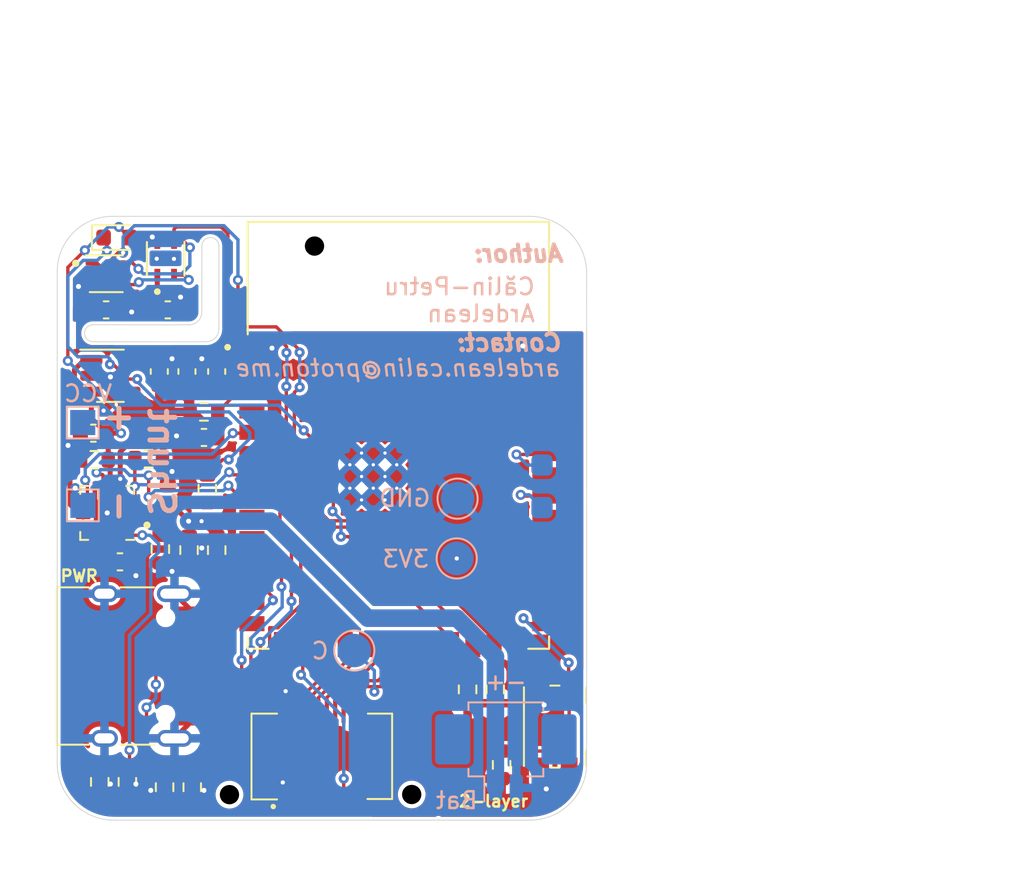
<source format=kicad_pcb>
(kicad_pcb (version 20211014) (generator pcbnew)
  (layers (0 "F.Cu" signal) (31 "B.Cu" signal) (34 "B.Paste" user) (35 "F.Paste" user) (36 "B.SilkS" user "B.Silkscreen") (37 "F.SilkS" user "F.Silkscreen") (38 "B.Mask" user) (39 "F.Mask" user) (44 "Edge.Cuts" user))
  (net 0 "")
  (net 1 "+BATT")
  (net 2 "+3V3")
  (net 3 "/~{tRST}")
  (net 4 "/SDA")
  (net 5 "/SCL")
  (net 6 "GND")
  (net 7 "VBUS")
  (net 8 "VCC")
  (net 9 "/~PGOOD")
  (net 10 "/~CHG")
  (net 11 "Net-(J1-PadA5)")
  (net 14 "Net-(J1-PadB5)")
  (net 15 "Net-(J2-Pad1)")
  (net 16 "/piezo_p")
  (net 17 "/piezo_l")
  (net 18 "Net-(R5-Pad2)")
  (net 19 "Net-(R6-Pad2)")
  (net 20 "/btn")
  (net 21 "Net-(R10-Pad1)")
  (net 22 "/batsense")
  (net 24 "unconnected-(U2-Pad5)")
  (net 25 "/D+")
  (net 26 "/D-")
  (net 28 "Net-(D4-Pad2)")
  (net 33 "/status")
  (net 40 "/EXT2")
  (net 41 "/EXT3")
  (net 42 "/EXT4")
  (net 43 "/EXT6")
  (net 47 "/charge_disable")
  (net 49 "/csense")
  (net 50 "/EXT7")
  (net 51 "/EXT8")
  (net 52 "/EXT9")
  (net 53 "/EXT10")
  (net 54 "/tprb_bottom")
  (net 55 "/tprb_middle")
  (net 56 "/tEN_Soil")
  (footprint "Resistor_SMD:R_0603_1608Metric" (layer "F.Cu") (at 127.18708 72.178171 90)
    (fp_text reference "R6" hide)
    (fp_text value "15k")
  )
  (footprint "Capacitor_SMD:C_0603_1608Metric" (layer "F.Cu") (at 130.74308 47.667171 90)
    (fp_text reference "C9" hide)
    (fp_text value "10u")
  )
  (footprint "Tooling:JLCPCB_Tooling_hole" (layer "F.Cu") (at 138.36308 40.174171)
    (fp_text reference "H2" hide)
    (fp_text value "ToolingHole")
  )
  (footprint "Capacitor_SMD:C_0603_1608Metric" (layer "F.Cu") (at 129.09208 47.667171 90)
    (fp_text reference "C11" hide)
    (fp_text value "4.7u")
  )
  (footprint "ESP32-S3:XCVR_ESP32S3WROOM1N8R8" (layer "F.Cu") (at 143.37458 51.477171)
    (fp_text reference "U3" hide)
    (fp_text value "ESP32-S3-WROOM-1-N8R8")
  )
  (footprint "Capacitor_SMD:C_0603_1608Metric" (layer "F.Cu") (at 132.52108 47.667171 90)
    (fp_text reference "C8" hide)
    (fp_text value "100nF")
  )
  (footprint "Resistor_SMD:R_0603_1608Metric" (layer "F.Cu") (at 129.15558 58.271671 -90)
    (fp_text reference "R10" hide)
    (fp_text value "10k")
  )
  (footprint "Resistor_SMD:R_0603_1608Metric" (layer "F.Cu") (at 132.52108 58.335171 90)
    (fp_text reference "R13" hide)
    (fp_text value "2M")
  )
  (footprint "Package_DFN_QFN:VQFN-16-1EP_3x3mm_P0.5mm_EP1.6x1.6mm" (layer "F.Cu") (at 125.98058 56.112671 180)
    (fp_text reference "U4" hide)
    (fp_text value "BQ24072RGT")
  )
  (footprint "Connector_USB:USB_C_Receptacle_HRO_TYPE-C-31-M-12" (layer "F.Cu") (at 126.86958 65.256671 -90)
    (fp_text reference "J1" hide)
    (fp_text value "USB_C_Receptacle_USB2.0")
  )
  (footprint "Button_Switch_SMD:Panasonic_EVQPUK_EVQPUB" (layer "F.Cu") (at 152.72208 68.876171 -90)
    (fp_text reference "SW1" hide)
    (fp_text value "SW_Push")
  )
  (footprint "Resistor_SMD:R_0603_1608Metric" (layer "F.Cu") (at 149.15808 66.654171 -90)
    (fp_text reference "R3" hide)
    (fp_text value "10k")
  )
  (footprint "Resistor_SMD:R_0603_1608Metric" (layer "F.Cu") (at 131.75908 50.080171 180)
    (fp_text reference "R8" hide)
    (fp_text value "15k")
  )
  (footprint "LED_SMD:LED_0603_1608Metric" (layer "F.Cu") (at 126.55208 39.666171)
    (fp_text reference "D4" hide)
    (fp_text value "Green")
  )
  (footprint "Tooling:JLCPCB_Tooling_hole" (layer "F.Cu") (at 144.16908 72.931171)
    (fp_text reference "H3" hide)
    (fp_text value "ToolingHole")
  )
  (footprint "Tooling:JLCPCB_Tooling_hole" (layer "F.Cu") (at 133.28308 72.940171)
    (fp_text reference "H1" hide)
    (fp_text value "ToolingHole")
  )
  (footprint "Capacitor_SMD:C_0603_1608Metric" (layer "F.Cu") (at 126.74258 59.033671)
    (fp_text reference "C5" hide)
    (fp_text value "4.7u")
  )
  (footprint "Resistor_SMD:R_0603_1608Metric" (layer "F.Cu") (at 129.40958 72.495671 90)
    (fp_text reference "R1" hide)
    (fp_text value "5k1")
  )
  (footprint "Resistor_SMD:R_0603_1608Metric" (layer "F.Cu") (at 131.95908 54.671171 90)
    (fp_text reference "R18" hide)
    (fp_text value "1k")
  )
  (footprint "Resistor_SMD:R_0603_1608Metric" (layer "F.Cu") (at 125.21858 52.937671 180)
    (fp_text reference "R11" hide)
    (fp_text value "100m")
  )
  (footprint "Resistor_SMD:R_0603_1608Metric" (layer "F.Cu") (at 147.50708 66.654171 -90)
    (fp_text reference "R4" hide)
    (fp_text value "10k")
  )
  (footprint "Package_TO_SOT_SMD:SOT-23-5" (layer "F.Cu") (at 126.17108 47.921171)
    (fp_text reference "U5" hide)
    (fp_text value "RT9080-33GJ5")
  )
  (footprint "OptoDevice:Lite-On_LTR-303ALS-01" (layer "F.Cu") (at 125.91708 41.825171)
    (fp_text reference "U1" hide)
    (fp_text value "LTR-303ALS-01")
  )
  (footprint "Capacitor_SMD:C_0603_1608Metric" (layer "F.Cu") (at 131.75908 51.604171 180)
    (fp_text reference "C3" hide)
    (fp_text value "100nF")
  )
  (footprint "Resistor_SMD:R_0603_1608Metric" (layer "F.Cu") (at 130.87008 58.335171 90)
    (fp_text reference "R14" hide)
    (fp_text value "2M")
  )
  (footprint "Resistor_SMD:R_0603_1608Metric" (layer "F.Cu") (at 149.53908 71.162171 -90)
    (fp_text reference "R7" hide)
    (fp_text value "10k")
  )
  (footprint "Capacitor_SMD:C_0603_1608Metric" (layer "F.Cu") (at 125.91708 43.984171)
    (fp_text reference "C2" hide)
    (fp_text value "100nF")
  )
  (footprint "Capacitor_SMD:C_0603_1608Metric" (layer "F.Cu") (at 129.60008 43.984171)
    (fp_text reference "C1" hide)
    (fp_text value "100nF")
  )
  (footprint "Mezzanine-pb:AXK5F20547YG" (layer "F.Cu") (at 138.79908 70.551171)
    (fp_text reference "J4" hide)
    (fp_text value "Expansion Header")
  )
  (footprint "Resistor_SMD:R_0603_1608Metric" (layer "F.Cu") (at 128.45708 52.874171 180)
    (fp_text reference "R9" hide)
    (fp_text value "10k")
  )
  (footprint "Resistor_SMD:R_0603_1608Metric" (layer "F.Cu") (at 125.53608 72.178171 90)
    (fp_text reference "R5" hide)
    (fp_text value "2k2")
  )
  (footprint "Capacitor_SMD:C_0603_1608Metric" (layer "F.Cu") (at 125.15508 51.350171 180)
    (fp_text reference "C10" hide)
    (fp_text value "4.7u")
  )
  (footprint "Resistor_SMD:R_0603_1608Metric" (layer "F.Cu") (at 131.06058 72.495671 90)
    (fp_text reference "R2" hide)
    (fp_text value "5k1")
  )
  (footprint "SHTC3:SON100P200X200X80-5N" (layer "F.Cu") (at 129.47308 40.936171 90)
    (fp_text reference "U2" hide)
    (fp_text value "SHTC3")
  )
  (footprint "Capacitor_SMD:C_0603_1608Metric" (layer "F.Cu") (at 129.60008 55.223671 -90)
    (fp_text reference "C6" hide)
    (fp_text value "4.7u")
  )
  (footprint "TestPoint:TestPoint_Pad_D2.0mm" (layer "B.Cu") (at 146.90908 55.261171 180)
    (fp_text reference "TP2" hide)
    (fp_text value "TestPoint")
  )
  (footprint "Piezo:Piezo" (layer "B.Cu") (at 151.95208 54.525171 90)
    (fp_text reference "LS1" hide)
    (fp_text value "Speaker_Crystal")
  )
  (footprint "TestPoint:TestPoint_Pad_D2.0mm" (layer "B.Cu") (at 146.85908 58.831171 180)
    (fp_text reference "TP1" hide)
    (fp_text value "TestPoint")
  )
  (footprint "TestPoint:TestPoint_Pad_1.5x1.5mm" (layer "B.Cu") (at 124.52908 55.661171 180)
    (fp_text reference "J2" hide)
    (fp_text value "C+")
  )
  (footprint "TestPoint:TestPoint_Pad_1.5x1.5mm" (layer "B.Cu") (at 124.52008 50.715171 180)
    (fp_text reference "J3" hide)
    (fp_text value "C-")
  )
  (footprint "Connector_Molex:Molex_PicoBlade_53261-0271_1x02-1MP_P1.25mm_Horizontal" (layer "B.Cu") (at 149.79308 70.138171)
    (fp_text reference "BT1" hide)
    (fp_text value "Li+")
  )
  (footprint "TestPoint:TestPoint_Pad_D2.0mm" (layer "B.Cu") (at 140.73908 64.331171 180)
    (fp_text reference "TP3" hide)
    (fp_text value "TestPoint")
  )
  (gr_circle (center 124.09908 41.201171) (end 124.254643 41.201171) (layer "F.SilkS") (width 0.12) (fill solid))
  (gr_circle (center 128.35908 56.841171) (end 128.514643 56.841171) (layer "F.SilkS") (width 0.12) (fill solid))
  (gr_arc (start 132.64908 45.131171) (mid 132.427946 45.665037) (end 131.89408 45.886171) (layer "Edge.Cuts") (width 0.05))
  (gr_line (start 125.13608 45.889171) (end 131.89408 45.886171) (layer "Edge.Cuts") (width 0.05))
  (gr_arc (start 122.99608 41.698171) (mid 123.963213 39.363304) (end 126.29808 38.396171) (layer "Edge.Cuts") (width 0.05))
  (gr_line (start 145.76708 74.400171) (end 145.76708 74.400171) (layer "Edge.Cuts") (width 0.05))
  (gr_line (start 130.87408 44.877305) (end 125.13608 44.873171) (layer "Edge.Cuts") (width 0.05))
  (gr_arc (start 126.42508 74.464171) (mid 124.036528 73.513148) (end 122.99608 71.162171) (layer "Edge.Cuts") (width 0.05))
  (gr_line (start 131.63608 40.173171) (end 131.62908 44.122305) (layer "Edge.Cuts") (width 0.05))
  (gr_arc (start 151.265366 38.396171) (mid 153.60308 39.374783) (end 154.616233 41.698171) (layer "Edge.Cuts") (width 0.05))
  (gr_line (start 132.65208 40.173171) (end 132.64908 45.131171) (layer "Edge.Cuts") (width 0.05))
  (gr_line (start 154.61908 71.162171) (end 154.616233 41.698171) (layer "Edge.Cuts") (width 0.05))
  (gr_arc (start 131.63608 40.173171) (mid 132.14408 39.665171) (end 132.65208 40.173171) (layer "Edge.Cuts") (width 0.05))
  (gr_line (start 151.268213 74.464171) (end 126.42508 74.464171) (layer "Edge.Cuts") (width 0.05))
  (gr_line (start 122.99608 65.193171) (end 122.99608 71.162171) (layer "Edge.Cuts") (width 0.05))
  (gr_arc (start 131.62908 44.122305) (mid 131.407946 44.656171) (end 130.87408 44.877305) (layer "Edge.Cuts") (width 0.05))
  (gr_line (start 126.29808 38.396171) (end 151.265366 38.396171) (layer "Edge.Cuts") (width 0.05))
  (gr_line (start 122.99608 65.193171) (end 122.99608 41.698171) (layer "Edge.Cuts") (width 0.05))
  (gr_arc (start 154.61908 71.162171) (mid 153.606407 73.48574) (end 151.268213 74.464171) (layer "Edge.Cuts") (width 0.05))
  (gr_arc (start 125.13608 45.889171) (mid 124.62808 45.381171) (end 125.13608 44.873171) (layer "Edge.Cuts") (width 0.05))
  (gr_text "Bat" (at 146.85908 73.281171) (layer "B.SilkS") (effects (font (size 1 1)) (justify mirror)))
  (gr_text "Contact:" (at 150.03908 45.941171) (layer "B.SilkS") (effects (font (size 1 1) (thickness 0.24) italic) (justify mirror)))
  (gr_text "ardelean.calin@proton.me" (at 143.37908 47.451171) (layer "B.SilkS") (effects (font (size 1 1) (thickness 0.15) italic) (justify mirror)))
  (gr_text "GND" (at 143.75908 55.231171) (layer "B.SilkS") (effects (font (size 1 1)) (justify mirror)))
  (gr_text "Călin-Petru\nArdelean " (at 151.61908 43.401171) (layer "B.SilkS") (effects (font (size 1 1)) (justify left mirror)))
  (gr_text "+-" (at 149.79308 66.336171 180) (layer "B.SilkS") (effects (font (size 1 1)) (justify mirror)))
  (gr_text "Author:" (at 153.35908 40.621171) (layer "B.SilkS") (effects (font (size 1 1) (thickness 0.24) italic) (justify left mirror)))
  (gr_text "C" (at 138.69908 64.351171) (layer "B.SilkS") (effects (font (size 1 1)) (justify mirror)))
  (gr_text "VCC" (at 124.83908 48.981171) (layer "B.SilkS") (effects (font (size 1 1)) (justify mirror)))
  (gr_text "3V3" (at 143.80908 58.861171) (layer "B.SilkS") (effects (font (size 1 1)) (justify mirror)))
  (gr_text "Shunt\n-   +" (at 127.99908 53.081171 270) (layer "B.SilkS") (effects (font (size 1.5 1.5) (thickness 0.3)) (justify mirror)))
  (gr_text "PWR" (at 124.30908 59.881171) (layer "F.SilkS") (effects (font (size 0.7 0.7))))
  (gr_text "2-layer" (at 149.05908 73.331171) (layer "F.SilkS") (effects (font (size 0.7 0.7))))
  (segment (start 127.41808 55.862671) (end 130.10058 55.862671) (width 0.3) (layer "F.Cu") (net 1))
  (segment (start 131.61708 56.606171) (end 130.84408 56.606171) (width 0.3) (layer "F.Cu") (net 1))
  (segment (start 127.41808 56.362671) (end 127.41808 55.862671) (width 0.3) (layer "F.Cu") (net 1))
  (segment (start 132.52108 57.510171) (end 131.61708 56.606171) (width 0.3) (layer "F.Cu") (net 1))
  (segment (start 130.10058 55.862671) (end 130.84408 56.606171) (width 0.3) (layer "F.Cu") (net 1))
  (via (at 131.61708 56.606171) (size 0.6) (drill 0.25) (layers "F.Cu" "B.Cu") (net 1))
  (via (at 130.84408 56.606171) (size 0.6) (drill 0.3) (layers "F.Cu" "B.Cu") (net 1))
  (segment (start 149.16808 72.538171) (end 149.16808 64.695171) (width 1.05) (layer "B.Cu") (net 1))
  (segment (start 141.53808 62.399171) (end 135.74508 56.606171) (width 1.05) (layer "B.Cu") (net 1))
  (segment (start 146.87208 62.399171) (end 141.53808 62.399171) (width 1.05) (layer "B.Cu") (net 1))
  (segment (start 149.16808 64.695171) (end 146.87208 62.399171) (width 1.05) (layer "B.Cu") (net 1))
  (segment (start 135.74508 56.606171) (end 130.84408 56.606171) (width 1.05) (layer "B.Cu") (net 1))
  (segment (start 125.14208 43.984171) (end 125.69208 43.434171) (width 0.3) (layer "F.Cu") (net 2))
  (segment (start 125.69208 41.57413) (end 125.293121 41.175171) (width 0.3) (layer "F.Cu") (net 2))
  (segment (start 132.52108 48.442171) (end 132.63508 48.442171) (width 0.35) (layer "F.Cu") (net 2))
  (segment (start 127.30858 46.971171) (end 127.62108 46.971171) (width 0.35) (layer "F.Cu") (net 2))
  (segment (start 140.59908 73.351171) (end 141.09908 73.351171) (width 0.3) (layer "F.Cu") (net 2))
  (segment (start 125.75108 42.929171) (end 127.77008 42.929171) (width 0.3) (layer "F.Cu") (net 2))
  (segment (start 129.09208 48.442171) (end 130.74308 48.442171) (width 0.35) (layer "F.Cu") (net 2))
  (segment (start 125.69208 43.434171) (end 125.69208 42.812171) (width 0.3) (layer "F.Cu") (net 2))
  (segment (start 126.76858 46.431171) (end 125.96908 46.431171) (width 0.35) (layer "F.Cu") (net 2))
  (segment (start 125.69208 42.812171) (end 125.66308 42.841171) (width 0.3) (layer "F.Cu") (net 2))
  (segment (start 147.50708 67.479171) (end 149.15808 67.479171) (width 0.3) (layer "F.Cu") (net 2))
  (segment (start 125.69208 42.812171) (end 125.69208 41.57413) (width 0.3) (layer "F.Cu") (net 2))
  (segment (start 125.293121 41.175171) (end 125.01708 41.175171) (width 0.3) (layer "F.Cu") (net 2))
  (segment (start 127.77008 42.929171) (end 128.82508 43.984171) (width 0.3) (layer "F.Cu") (net 2))
  (segment (start 128.97308 43.836171) (end 128.82508 43.984171) (width 0.3) (layer "F.Cu") (net 2))
  (segment (start 133.59008 47.487171) (end 134.62458 47.487171) (width 0.35) (layer "F.Cu") (net 2))
  (segment (start 128.97308 41.906171) (end 128.97308 43.836171) (width 0.3) (layer "F.Cu") (net 2))
  (segment (start 131.24308 50.080171) (end 131.86908 50.706171) (width 0.3) (layer "F.Cu") (net 2))
  (segment (start 127.30858 46.971171) (end 126.76858 46.431171) (width 0.35) (layer "F.Cu") (net 2))
  (segment (start 130.93408 50.080171) (end 131.24308 50.080171) (width 0.3) (layer "F.Cu") (net 2))
  (segment (start 140.59908 67.951171) (end 141.09908 67.951171) (width 0.3) (layer "F.Cu") (net 2))
  (segment (start 130.74308 48.442171) (end 130.74308 50.207171) (width 0.35) (layer "F.Cu") (net 2))
  (segment (start 132.63508 48.442171) (end 133.59008 47.487171) (width 0.35) (layer "F.Cu") (net 2))
  (segment (start 127.62108 46.971171) (end 129.09208 48.442171) (width 0.35) (layer "F.Cu") (net 2))
  (segment (start 125.66308 42.841171) (end 125.75108 42.929171) (width 0.3) (layer "F.Cu") (net 2))
  (segment (start 130.74308 48.442171) (end 132.52108 48.442171) (width 0.35) (layer "F.Cu") (net 2))
  (via (at 146.85908 58.831171) (size 0.6) (drill 0.25) (layers "F.Cu" "B.Cu") (net 2))
  (segment (start 133.90708 48.757171) (end 134.62458 48.757171) (width 0.2) (layer "F.Cu") (net 3))
  (segment (start 132.53408 51.604171) (end 132.53408 50.130171) (width 0.2) (layer "F.Cu") (net 3))
  (segment (start 132.53408 50.130171) (end 132.58408 50.080171) (width 0.2) (layer "F.Cu") (net 3))
  (segment (start 132.58408 50.080171) (end 133.90708 48.757171) (width 0.2) (layer "F.Cu") (net 3))
  (segment (start 135.911601 45.399672) (end 134.006601 45.399672) (width 0.2) (layer "F.Cu") (net 4))
  (segment (start 127.48808 41.175171) (end 127.84408 41.531171) (width 0.2) (layer "F.Cu") (net 4))
  (segment (start 147.81958 63.977171) (end 147.81958 63.677171) (width 0.2) (layer "F.Cu") (net 4))
  (segment (start 129.97308 39.966171) (end 130.62908 39.966171) (width 0.2) (layer "F.Cu") (net 4))
  (segment (start 136.67908 54.621171) (end 136.67908 48.561171) (width 0.2) (layer "F.Cu") (net 4))
  (segment (start 139.01908 56.961171) (end 136.67908 54.621171) (width 0.2) (layer "F.Cu") (net 4))
  (segment (start 147.50708 65.829171) (end 147.50708 64.289671) (width 0.2) (layer "F.Cu") (net 4))
  (segment (start 133.19158 44.584651) (end 133.19158 39.447671) (width 0.2) (layer "F.Cu") (net 4))
  (segment (start 134.006601 45.399672) (end 133.19158 44.584651) (width 0.2) (layer "F.Cu") (net 4))
  (segment (start 129.97308 39.166171) (end 129.97308 39.966171) (width 0.2) (layer "F.Cu") (net 4))
  (segment (start 132.77508 39.031171) (end 130.10808 39.031171) (width 0.2) (layer "F.Cu") (net 4))
  (segment (start 136.693579 46.18165) (end 135.911601 45.399672) (width 0.2) (layer "F.Cu") (net 4))
  (segment (start 147.81958 63.677171) (end 141.10358 56.961171) (width 0.2) (layer "F.Cu") (net 4))
  (segment (start 126.81708 41.175171) (end 127.48808 41.175171) (width 0.2) (layer "F.Cu") (net 4))
  (segment (start 141.10358 56.961171) (end 139.01908 56.961171) (width 0.2) (layer "F.Cu") (net 4))
  (segment (start 130.10808 39.031171) (end 129.97308 39.166171) (width 0.2) (layer "F.Cu") (net 4))
  (segment (start 147.50708 64.289671) (end 147.81958 63.977171) (width 0.2) (layer "F.Cu") (net 4))
  (segment (start 136.693579 46.18165) (end 136.693579 46.542672) (width 0.2) (layer "F.Cu") (net 4))
  (segment (start 136.693579 46.542672) (end 136.68668 46.549571) (width 0.2) (layer "F.Cu") (net 4))
  (segment (start 133.19158 39.447671) (end 132.77508 39.031171) (width 0.2) (layer "F.Cu") (net 4))
  (segment (start 130.62908 39.966171) (end 130.91908 40.256171) (width 0.2) (layer "F.Cu") (net 4))
  (via (at 127.84408 41.531171) (size 0.6) (drill 0.3) (layers "F.Cu" "B.Cu") (net 4))
  (via (at 136.67908 48.561171) (size 0.6) (drill 0.25) (layers "F.Cu" "B.Cu") (net 4))
  (via (at 130.91908 40.256171) (size 0.6) (drill 0.3) (layers "F.Cu" "B.Cu") (net 4))
  (via (at 136.68668 46.549571) (size 0.6) (drill 0.25) (layers "F.Cu" "B.Cu") (net 4))
  (segment (start 130.42908 41.831171) (end 128.14408 41.831171) (width 0.2) (layer "B.Cu") (net 4))
  (segment (start 130.91908 41.341171) (end 130.42908 41.831171) (width 0.2) (layer "B.Cu") (net 4))
  (segment (start 136.71208 46.574971) (end 136.71208 48.528171) (width 0.2) (layer "B.Cu") (net 4))
  (segment (start 130.91908 40.256171) (end 130.91908 41.341171) (width 0.2) (layer "B.Cu") (net 4))
  (segment (start 128.14408 41.831171) (end 127.84408 41.531171) (width 0.2) (layer "B.Cu") (net 4))
  (segment (start 136.71208 48.528171) (end 136.67908 48.561171) (width 0.2) (layer "B.Cu") (net 4))
  (segment (start 136.68668 46.549571) (end 136.71208 46.574971) (width 0.2) (layer "B.Cu") (net 4))
  (segment (start 149.15808 64.045671) (end 149.08958 63.977171) (width 0.2) (layer "F.Cu") (net 5))
  (segment (start 134.17208 45.000171) (end 133.79108 44.619171) (width 0.2) (layer "F.Cu") (net 5))
  (segment (start 126.81708 42.475171) (end 127.72508 42.475171) (width 0.2) (layer "F.Cu") (net 5))
  (segment (start 126.630304 40.571671) (end 126.93308 40.571671) (width 0.2) (layer "F.Cu") (net 5))
  (segment (start 126.14408 41.942447) (end 126.14408 41.057895) (width 0.2) (layer "F.Cu") (net 5))
  (segment (start 133.79108 44.619171) (end 133.79108 42.206171) (width 0.2) (layer "F.Cu") (net 5))
  (segment (start 141.99308 56.580671) (end 139.22218 56.580671) (width 0.2) (layer "F.Cu") (net 5))
  (segment (start 136.07708 45.000171) (end 134.17208 45.000171) (width 0.2) (layer "F.Cu") (net 5))
  (segment (start 137.47408 46.524171) (end 137.47408 46.397171) (width 0.2) (layer "F.Cu") (net 5))
  (segment (start 130.565771 41.906171) (end 130.85131 42.19171) (width 0.2) (layer "F.Cu") (net 5))
  (segment (start 149.08958 63.977171) (end 149.08958 63.677171) (width 0.2) (layer "F.Cu") (net 5))
  (segment (start 149.08958 63.677171) (end 141.99308 56.580671) (width 0.2) (layer "F.Cu") (net 5))
  (segment (start 129.97308 41.906171) (end 130.565771 41.906171) (width 0.2) (layer "F.Cu") (net 5))
  (segment (start 139.22218 56.580671) (end 137.15908 54.517571) (width 0.2) (layer "F.Cu") (net 5))
  (segment (start 137.47408 46.397171) (end 136.07708 45.000171) (width 0.2) (layer "F.Cu") (net 5))
  (segment (start 137.15908 48.921171) (end 137.47908 48.601171) (width 0.2) (layer "F.Cu") (net 5))
  (segment (start 127.72508 42.475171) (end 127.86908 42.331171) (width 0.2) (layer "F.Cu") (net 5))
  (segment (start 126.81708 42.475171) (end 126.676804 42.475171) (width 0.2) (layer "F.Cu") (net 5))
  (segment (start 126.14408 41.057895) (end 126.630304 40.571671) (width 0.2) (layer "F.Cu") (net 5))
  (segment (start 137.15908 54.517571) (end 137.15908 48.921171) (width 0.2) (layer "F.Cu") (net 5))
  (segment (start 149.15808 65.829171) (end 149.15808 64.045671) (width 0.2) (layer "F.Cu") (net 5))
  (segment (start 126.676804 42.475171) (end 126.14408 41.942447) (width 0.2) (layer "F.Cu") (net 5))
  (via (at 127.86908 42.331171) (size 0.6) (drill 0.3) (layers "F.Cu" "B.Cu") (net 5))
  (via (at 126.93308 40.571671) (size 0.6) (drill 0.25) (layers "F.Cu" "B.Cu") (net 5))
  (via (at 130.85131 42.19171) (size 0.6) (drill 0.3) (layers "F.Cu" "B.Cu") (net 5))
  (via (at 137.47408 46.524171) (size 0.6) (drill 0.25) (layers "F.Cu" "B.Cu") (net 5))
  (via (at 137.47908 48.601171) (size 0.6) (drill 0.25) (layers "F.Cu" "B.Cu") (net 5))
  (via (at 133.79108 42.206171) (size 0.6) (drill 0.3) (layers "F.Cu" "B.Cu") (net 5))
  (segment (start 132.95288 38.954971) (end 127.603102 38.954971) (width 0.2) (layer "B.Cu") (net 5))
  (segment (start 133.79108 42.206171) (end 133.79108 39.793171) (width 0.2) (layer "B.Cu") (net 5))
  (segment (start 128.008541 42.19171) (end 130.85131 42.19171) (width 0.2) (layer "B.Cu") (net 5))
  (segment (start 133.79108 39.793171) (end 132.95288 38.954971) (width 0.2) (layer "B.Cu") (net 5))
  (segment (start 126.93308 40.571671) (end 126.93308 39.624993) (width 0.2) (layer "B.Cu") (net 5))
  (segment (start 127.86908 42.331171) (end 128.008541 42.19171) (width 0.2) (layer "B.Cu") (net 5))
  (segment (start 137.47908 46.529171) (end 137.47908 48.601171) (width 0.2) (layer "B.Cu") (net 5))
  (segment (start 127.603102 38.954971) (end 126.93308 39.624993) (width 0.2) (layer "B.Cu") (net 5))
  (segment (start 137.47408 46.524171) (end 137.47908 46.529171) (width 0.2) (layer "B.Cu") (net 5))
  (segment (start 129.28208 52.352776) (end 130.122185 51.512671) (width 0.3) (layer "F.Cu") (net 6))
  (segment (start 126.81908 44.111171) (end 127.44108 44.111171) (width 0.3) (layer "F.Cu") (net 6))
  (segment (start 130.93408 57.510171) (end 131.63208 58.208171) (width 0.3) (layer "F.Cu") (net 6))
  (segment (start 141.87458 55.337171) (end 141.87458 53.937171) (width 0.3) (layer "F.Cu") (net 6))
  (segment (start 126.106323 47.921171) (end 126.173512 47.98836) (width 0.3) (layer "F.Cu") (net 6))
  (segment (start 151.87208 66.301171) (end 151.87208 67.373605) (width 0.3) (layer "F.Cu") (net 6))
  (segment (start 137.09908 73.351171) (end 136.59908 73.351171) (width 0.3) (layer "F.Cu") (net 6))
  (segment (start 130.37508 43.235171) (end 130.36208 43.222171) (width 0.3) (layer "F.Cu") (net 6))
  (segment (start 131.64508 46.892171) (end 131.63208 46.905171) (width 0.3) (layer "F.Cu") (net 6))
  (segment (start 126.73058 54.675171) (end 126.73058 54.108243) (width 0.2) (layer "F.Cu") (net 6))
  (segment (start 127.19408 52.031171) (end 128.43908 52.031171) (width 0.3) (layer "F.Cu") (net 6))
  (segment (start 130.91458 68.506671) (end 130.91458 68.661671) (width 0.3) (layer "F.Cu") (net 6))
  (segment (start 151.87208 72.263171) (end 152.20608 72.597171) (width 0.3) (layer "F.Cu") (net 6))
  (segment (start 131.61908 46.892171) (end 131.63208 46.905171) (width 0.3) (layer "F.Cu") (net 6))
  (segment (start 124.37808 42.475171) (end 124.26608 42.587171) (width 0.3) (layer "F.Cu") (net 6))
  (segment (start 125.53608 73.003171) (end 125.53608 72.940171) (width 0.3) (layer "F.Cu") (net 6))
  (segment (start 129.28208 53.064171) (end 129.85408 53.636171) (width 0.3) (layer "F.Cu") (net 6))
  (segment (start 130.91458 61.851671) (end 129.99958 60.936671) (width 0.3) (layer "F.Cu") (net 6))
  (segment (start 128.43908 52.031171) (end 129.28208 52.874171) (width 0.3) (layer "F.Cu") (net 6))
  (segment (start 126.173512 47.98836) (end 126.173512 49.595139) (width 0.5) (layer "F.Cu") (net 6))
  (segment (start 129.84108 46.892171) (end 129.85408 46.905171) (width 0.3) (layer "F.Cu") (net 6))
  (segment (start 129.21858 73.320671) (end 128.58408 72.686171) (width 0.3) (layer "F.Cu") (net 6))
  (segment (start 129.28208 52.874171) (end 129.28208 53.064171) (width 0.3) (layer "F.Cu") (net 6))
  (segment (start 129.60008 54.448671) (end 129.60008 53.890171) (width 0.3) (layer "F.Cu") (net 6))
  (segment (start 141.87458 52.537171) (end 141.87458 53.937171) (width 0.3) (layer "F.Cu") (net 6))
  (segment (start 136.59908 73.351171) (end 136.59908 72.341171) (width 0.3) (layer "F.Cu") (net 6))
  (segment (start 135.77008 46.217171) (end 135.82308 46.270171) (width 0.3) (layer "F.Cu") (net 6))
  (segment (start 126.73058 54.108243) (end 126.759453 54.07937) (width 0.2) (layer "F.Cu") (net 6))
  (segment (start 125.28058 54.725171) (end 125.28058 55.412671) (width 0.2) (layer "F.Cu") (net 6))
  (segment (start 128.97308 39.966171) (end 128.97308 39.930002) (width 0.3) (layer "F.Cu") (net 6))
  (segment (start 130.91458 68.661671) (end 129.99958 69.576671) (width 0.3) (layer "F.Cu") (net 6))
  (segment (start 126.23058 57.550171) (end 126.23058 56.362671) (width 0.3) (layer "F.Cu") (net 6))
  (segment (start 136.59908 67.951171) (end 137.09908 67.951171) (width 0.3) (layer "F.Cu") (net 6))
  (segment (start 129.34558 59.096671) (end 129.85408 59.605171) (width 0.2) (layer "F.Cu") (net 6))
  (segment (start 129.15558 59.096671) (end 129.34558 59.096671) (width 0.2) (layer "F.Cu") (net 6))
  (segment (start 143.27458 52.537171) (end 143.27458 53.937171) (width 0.3) (layer "F.Cu") (net 6))
  (segment (start 125.53608 72.940171) (end 126.17108 72.305171) (width 0.3) (layer "F.Cu") (net 6))
  (segment (start 126.68058 54.725171) (end 126.68058 55.412671) (width 0.2) (layer "F.Cu") (net 6))
  (segment (start 130.213685 51.604171) (end 130.122185 51.512671) (width 0.3) (layer "F.Cu") (net 6))
  (segment (start 125.01708 42.475171) (end 124.37808 42.475171) (width 0.3) (layer "F.Cu") (net 6))
  (segment (start 136.59908 66.801171) (end 136.63908 66.761171) (width 0.3) (layer "F.Cu") (net 6))
  (segment (start 151.87208 71.451171) (end 151.87208 72.263171) (width 0.3) (layer "F.Cu") (net 6))
  (segment (start 124.37508 51.350171) (end 123.64408 52.081171) (width 0.2) (layer "F.Cu") (net 6))
  (segment (start 140.47458 55.337171) (end 140.47458 53.937171) (width 0.3) (layer "F.Cu") (net 6))
  (segment (start 126.69208 43.984171) (end 126.81908 44.111171) (width 0.3) (layer "F.Cu") (net 6))
  (segment (start 143.27458 55.337171) (end 143.27458 53.937171) (width 0.3) (layer "F.Cu") (net 6))
  (segment (start 127.18708 72.813171) (end 127.69508 72.305171) (width 0.3) (layer "F.Cu") (net 6))
  (segment (start 134.62458 46.217171) (end 135.77008 46.217171) (width 0.3) (layer "F.Cu") (net 6))
  (segment (start 126.68058 55.412671) (end 125.98058 56.112671) (width 0.2) (layer "F.Cu") (net 6))
  (segment (start 132.52108 46.892171) (end 131.64508 46.892171) (width 0.3) (layer "F.Cu") (net 6))
  (segment (start 129.28208 52.874171) (end 129.28208 52.352776) (width 0.3) (layer "F.Cu") (net 6))
  (segment (start 143.27458 55.337171) (end 140.47458 55.337171) (width 0.3) (layer "F.Cu") (net 6))
  (segment (start 126.173512 49.595139) (end 125.76468 50.003971) (width 0.5) (layer "F.Cu") (net 6))
  (segment (start 125.23058 54.675171) (end 125.28058 54.725171) (width 0.2) (layer "F.Cu") (net 6))
  (segment (start 130.87008 57.510171) (end 130.93408 57.510171) (width 0.3) (layer "F.Cu") (net 6))
  (segment (start 129.60008 53.890171) (end 129.85408 53.636171) (width 0.3) (layer "F.Cu") (net 6))
  (segment (start 127.51758 59.681671) (end 127.69508 59.859171) (width 0.2) (layer "F.Cu") (net 6))
  (segment (start 143.27458 53.937171) (end 141.87458 53.937171) (width 0.3) (layer "F.Cu") (net 6))
  (segment (start 127.51758 59.033671) (end 127.51758 59.681671) (width 0.2) (layer "F.Cu") (net 6))
  (segment (start 130.98408 51.604171) (end 130.213685 51.604171) (width 0.3) (layer "F.Cu") (net 6))
  (segment (start 128.97308 39.930002) (end 128.673749 39.630671) (width 0.3) (layer "F.Cu") (net 6))
  (segment (start 126.23058 56.362671) (end 125.98058 56.112671) (width 0.3) (layer "F.Cu") (net 6))
  (segment (start 131.06058 73.320671) (end 131.12458 73.320671) (width 0.3) (layer "F.Cu") (net 6))
  (segment (start 130.74308 46.892171) (end 129.86708 46.892171) (width 0.3) (layer "F.Cu") (net 6))
  (segment (start 141.87458 53.937171) (end 140.47458 53.937171) (width 0.3) (layer "F.Cu") (net 6))
  (segment (start 125.03358 47.921171) (end 126.106323 47.921171) (width 0.3) (layer "F.Cu") (net 6))
  (segment (start 126.759453 52.465798) (end 127.19408 52.031171) (width 0.3) (layer "F.Cu") (net 6))
  (segment (start 151.87208 67.373605) (end 152.07908 67.580605) (width 0.3) (layer "F.Cu") (net 6))
  (segment (start 130.37508 43.984171) (end 130.37508 43.235171) (width 0.3) (layer "F.Cu") (net 6))
  (segment (start 125.28058 55.412671) (end 125.98058 56.112671) (width 0.2) (layer "F.Cu") (net 6))
  (segment (start 150.88308 46.217171) (end 150.80908 46.143171) (width 0.3) (layer "F.Cu") (net 6))
  (segment (start 129.40958 73.320671) (end 129.21858 73.320671) (width 0.3) (layer "F.Cu") (net 6))
  (segment (start 129.86708 46.892171) (end 129.85408 46.905171) (width 0.3) (layer "F.Cu") (net 6))
  (segment (start 140.47458 53.937171) (end 140.47458 52.537171) (width 0.3) (layer "F.Cu") (net 6))
  (segment (start 129.09208 46.892171) (end 129.84108 46.892171) (width 0.3) (layer "F.Cu") (net 6))
  (segment (start 127.18708 73.003171) (end 127.18708 72.813171) (width 0.3) (layer "F.Cu") (net 6))
  (segment (start 126.759453 54.07937) (end 126.759453 52.465798) (width 0.3) (layer "F.Cu") (net 6))
  (segment (start 130.74308 46.892171) (end 131.61908 46.892171) (width 0.3) (layer "F.Cu") (net 6))
  (segment (start 152.12458 46.217171) (end 150.88308 46.217171) (width 0.3) (layer "F.Cu") (net 6))
  (segment (start 130.91458 62.006671) (end 130.91458 61.851671) (width 0.3) (layer "F.Cu") (net 6))
  (segment (start 136.59908 67.951171) (end 136.59908 66.801171) (width 0.3) (layer "F.Cu") (net 6))
  (segment (start 131.12458 73.320671) (end 131.75908 72.686171) (width 0.3) (layer "F.Cu") (net 6))
  (segment (start 126.73058 54.675171) (end 126.68058 54.725171) (width 0.2) (layer "F.Cu") (net 6))
  (segment (start 136.59908 72.341171) (end 136.46908 72.211171) (width 0.3) (layer "F.Cu") (net 6))
  (segment (start 124.38008 51.350171) (end 124.37508 51.350171) (width 0.2) (layer "F.Cu") (net 6))
  (segment (start 140.47458 52.537171) (end 143.27458 52.537171) (width 0.3) (layer "F.Cu") (net 6))
  (via (at 127.44108 44.111171) (size 0.6) (drill 0.3) (layers "F.Cu" "B.Cu") (net 6))
  (via (at 129.85408 53.636171) (size 0.6) (drill 0.3) (layers "F.Cu" "B.Cu") (net 6))
  (via (at 131.63208 58.208171) (size 0.6) (drill 0.3) (layers "F.Cu" "B.Cu") (net 6))
  (via (at 126.759453 54.07937) (size 0.6) (drill 0.25) (layers "F.Cu" "B.Cu") (net 6))
  (via (at 130.36208 43.222171) (size 0.6) (drill 0.3) (layers "F.Cu" "B.Cu") (net 6))
  (via (at 136.46908 72.211171) (size 0.6) (drill 0.25) (layers "F.Cu" "B.Cu") (net 6))
  (via (at 128.673749 39.630671) (size 0.6) (drill 0.3) (layers "F.Cu" "B.Cu") (net 6))
  (via (at 131.75908 72.686171) (size 0.6) (drill 0.3) (layers "F.Cu" "B.Cu") (net 6))
  (via (at 135.82308 46.270171) (size 0.6) (drill 0.3) (layers "F.Cu" "B.Cu") (net 6))
  (via (at 125.98058 56.112671) (size 0.6) (drill 0.3) (layers "F.Cu" "B.Cu") (net 6))
  (via (at 152.07908 67.580605) (size 0.6) (drill 0.3) (layers "F.Cu" "B.Cu") (net 6))
  (via (at 129.85408 59.605171) (size 0.6) (drill 0.3) (layers "F.Cu" "B.Cu") (net 6))
  (via (at 129.85408 46.905171) (size 0.6) (drill 0.3) (layers "F.Cu" "B.Cu") (net 6))
  (via (at 124.26608 42.587171) (size 0.6) (drill 0.3) (layers "F.Cu" "B.Cu") (net 6))
  (via (at 125.76468 50.003971) (size 0.6) (drill 0.25) (layers "F.Cu" "B.Cu") (net 6))
  (via (at 152.20608 72.597171) (size 0.6) (drill 0.3) (layers "F.Cu" "B.Cu") (net 6))
  (via (at 130.122185 51.512671) (size 0.6) (drill 0.3) (layers "F.Cu" "B.Cu") (net 6))
  (via (at 126.17108 72.305171) (size 0.6) (drill 0.3) (layers "F.Cu" "B.Cu") (net 6))
  (via (at 150.80908 46.143171) (size 0.6) (drill 0.3) (layers "F.Cu" "B.Cu") (net 6))
  (via (at 126.173512 47.98836) (size 0.6) (drill 0.3) (layers "F.Cu" "B.Cu") (net 6))
  (via (at 131.63208 46.905171) (size 0.6) (drill 0.3) (layers "F.Cu" "B.Cu") (net 6))
  (via (at 128.58408 72.686171) (size 0.6) (drill 0.3) (layers "F.Cu" "B.Cu") (net 6))
  (via (at 123.64408 52.081171) (size 0.6) (drill 0.3) (layers "F.Cu" "B.Cu") (net 6))
  (via (at 127.69508 59.859171) (size 0.6) (drill 0.3) (layers "F.Cu" "B.Cu") (net 6))
  (via (at 127.69508 72.305171) (size 0.6) (drill 0.3) (layers "F.Cu" "B.Cu") (net 6))
  (via (at 136.63908 66.761171) (size 0.6) (drill 0.25) (layers "F.Cu" "B.Cu") (net 6))
  (segment (start 126.759453 54.07937) (end 126.72988 54.108943) (width 0.2) (layer "B.Cu") (net 6))
  (segment (start 126.72988 54.728371) (end 126.75528 54.753771) (width 0.2) (layer "B.Cu") (net 6))
  (segment (start 126.72988 54.626771) (end 126.72988 54.728371) (width 0.2) (layer "B.Cu") (net 6))
  (segment (start 126.72988 54.108943) (end 126.72988 54.626771) (width 0.2) (layer "B.Cu") (net 6))
  (segment (start 128.10148 64.837571) (end 128.76188 64.177171) (width 0.3) (layer "F.Cu") (net 7))
  (segment (start 130.13158 67.706671) (end 129.65008 67.225171) (width 0.3) (layer "F.Cu") (net 7))
  (segment (start 125.96758 59.033671) (end 125.23058 58.296671) (width 0.3) (layer "F.Cu") (net 7))
  (segment (start 125.96758 59.033671) (end 125.96758 59.050203) (width 0.3) (layer "F.Cu") (net 7))
  (segment (start 128.76108 64.177171) (end 130.13158 62.806671) (width 0.3) (layer "F.Cu") (net 7))
  (segment (start 128.76188 67.225171) (end 128.10148 66.564771) (width 0.3) (layer "F.Cu") (net 7))
  (segment (start 125.96758 59.033671) (end 125.98058 59.033671) (width 0.3) (layer "F.Cu") (net 7))
  (segment (start 130.13158 62.806671) (end 130.91458 62.806671) (width 0.3) (layer "F.Cu") (net 7))
  (segment (start 128.10148 66.564771) (end 128.10148 64.837571) (width 0.3) (layer "F.Cu") (net 7))
  (segment (start 129.65008 67.225171) (end 128.76188 67.225171) (width 0.3) (layer "F.Cu") (net 7))
  (segment (start 130.91458 67.706671) (end 130.13158 67.706671) (width 0.3) (layer "F.Cu") (net 7))
  (segment (start 125.23058 58.296671) (end 125.23058 57.550171) (width 0.3) (layer "F.Cu") (net 7))
  (segment (start 126.04358 51.463671) (end 125.93008 51.350171) (width 0.3) (layer "F.Cu") (net 8))
  (segment (start 124.613973 46.971171) (end 124.02108 47.564064) (width 0.3) (layer "F.Cu") (net 8))
  (segment (start 126.04358 52.937671) (end 126.04358 51.463671) (width 0.3) (layer "F.Cu") (net 8))
  (segment (start 126.15958 54.148362) (end 126.155953 54.144735) (width 0.3) (layer "F.Cu") (net 8))
  (segment (start 125.03358 48.871171) (end 125.03358 50.453671) (width 0.3) (layer "F.Cu") (net 8))
  (segment (start 124.02108 48.278278) (end 124.613973 48.871171) (width 0.3) (layer "F.Cu") (net 8))
  (segment (start 126.15958 54.604171) (end 126.15958 54.148362) (width 0.3) (layer "F.Cu") (net 8))
  (segment (start 124.02108 47.564064) (end 124.02108 48.278278) (width 0.3) (layer "F.Cu") (net 8))
  (segment (start 126.155953 53.050044) (end 126.04358 52.937671) (width 0.3) (layer "F.Cu") (net 8))
  (segment (start 125.03358 46.971171) (end 124.613973 46.971171) (width 0.3) (layer "F.Cu") (net 8))
  (segment (start 126.80608 51.350171) (end 125.93008 51.350171) (width 0.3) (layer "F.Cu") (net 8))
  (segment (start 125.03358 50.453671) (end 125.93008 51.350171) (width 0.3) (layer "F.Cu") (net 8))
  (segment (start 124.613973 48.871171) (end 125.03358 48.871171) (width 0.3) (layer "F.Cu") (net 8))
  (segment (start 126.155953 54.144735) (end 126.155953 53.050044) (width 0.3) (layer "F.Cu") (net 8))
  (segment (start 126.23058 54.675171) (end 126.15958 54.604171) (width 0.3) (layer "F.Cu") (net 8))
  (via (at 126.80608 51.350171) (size 0.6) (drill 0.3) (layers "F.Cu" "B.Cu") (net 8))
  (segment (start 126.17108 50.715171) (end 126.80608 51.350171) (width 0.3) (layer "B.Cu") (net 8))
  (segment (start 124.52008 50.715171) (end 126.17108 50.715171) (width 0.3) (layer "B.Cu") (net 8))
  (segment (start 133.89808 55.160171) (end 133.21908 54.481171) (width 0.2) (layer "F.Cu") (net 9))
  (segment (start 125.460967 53.819137) (end 125.340034 53.698204) (width 0.2) (layer "F.Cu") (net 9))
  (segment (start 125.694582 53.819137) (end 125.460967 53.819137) (width 0.2) (layer "F.Cu") (net 9))
  (segment (start 125.73058 54.675171) (end 125.73058 53.855135) (width 0.2) (layer "F.Cu") (net 9))
  (segment (start 128.45708 55.160169) (end 128.45708 53.87417) (width 0.2) (layer "F.Cu") (net 9))
  (segment (start 125.73058 53.855135) (end 125.694582 53.819137) (width 0.2) (layer "F.Cu") (net 9))
  (segment (start 134.67758 55.160171) (end 133.89808 55.160171) (width 0.2) (layer "F.Cu") (net 9))
  (via (at 128.45708 53.87417) (size 0.6) (drill 0.3) (layers "F.Cu" "B.Cu") (net 9))
  (via (at 125.340034 53.698204) (size 0.6) (drill 0.3) (layers "F.Cu" "B.Cu") (net 9))
  (via (at 133.21908 54.481171) (size 0.6) (drill 0.3) (layers "F.Cu" "B.Cu") (net 9))
  (via (at 128.45708 55.160169) (size 0.6) (drill 0.3) (layers "F.Cu" "B.Cu") (net 9))
  (segment (start 126.988721 53.52587) (end 127.337021 53.87417) (width 0.2) (layer "B.Cu") (net 9))
  (segment (start 127.337021 53.87417) (end 128.45708 53.87417) (width 0.2) (layer "B.Cu") (net 9))
  (segment (start 128.836078 54.781171) (end 132.91908 54.781171) (width 0.2) (layer "B.Cu") (net 9))
  (segment (start 128.45708 55.160169) (end 128.836078 54.781171) (width 0.2) (layer "B.Cu") (net 9))
  (segment (start 125.512368 53.52587) (end 126.988721 53.52587) (width 0.2) (layer "B.Cu") (net 9))
  (segment (start 132.91908 54.781171) (end 133.21908 54.481171) (width 0.2) (layer "B.Cu") (net 9))
  (segment (start 125.340034 53.698204) (end 125.512368 53.52587) (width 0.2) (layer "B.Cu") (net 9))
  (segment (start 124.800687 54.287778) (end 124.66908 54.156171) (width 0.2) (layer "F.Cu") (net 10))
  (segment (start 134.572032 51.349719) (end 134.62458 51.297171) (width 0.2) (layer "F.Cu") (net 10))
  (segment (start 124.54308 55.362671) (end 124.800687 55.105064) (width 0.2) (layer "F.Cu") (net 10))
  (segment (start 124.800687 55.105064) (end 124.800687 54.287778) (width 0.2) (layer "F.Cu") (net 10))
  (segment (start 133.483567 51.349719) (end 134.572032 51.349719) (width 0.2) (layer "F.Cu") (net 10))
  (via (at 133.483567 51.349719) (size 0.6) (drill 0.3) (layers "F.Cu" "B.Cu") (net 10))
  (via (at 124.66908 54.156171) (size 0.6) (drill 0.3) (layers "F.Cu" "B.Cu") (net 10))
  (segment (start 133.483567 51.349719) (end 132.235115 52.598171) (width 0.2) (layer "B.Cu") (net 10))
  (segment (start 125.52708 52.598171) (end 124.66908 53.456171) (width 0.2) (layer "B.Cu") (net 10))
  (segment (start 132.235115 52.598171) (end 125.52708 52.598171) (width 0.2) (layer "B.Cu") (net 10))
  (segment (start 124.66908 53.456171) (end 124.66908 54.156171) (width 0.2) (layer "B.Cu") (net 10))
  (segment (start 128.33008 70.591171) (end 129.40958 71.670671) (width 0.2) (layer "F.Cu") (net 11))
  (segment (start 129.80454 64.006671) (end 128.889218 64.921993) (width 0.2) (layer "F.Cu") (net 11))
  (segment (start 130.91458 64.006671) (end 129.80454 64.006671) (width 0.2) (layer "F.Cu") (net 11))
  (segment (start 128.889218 64.921993) (end 128.889218 66.357777) (width 0.2) (layer "F.Cu") (net 11))
  (segment (start 128.33008 67.733171) (end 128.33008 70.591171) (width 0.2) (layer "F.Cu") (net 11))
  (via (at 128.33008 67.733171) (size 0.6) (drill 0.3) (layers "F.Cu" "B.Cu") (net 11))
  (via (at 128.889218 66.357777) (size 0.6) (drill 0.3) (layers "F.Cu" "B.Cu") (net 11))
  (segment (start 128.33008 67.733171) (end 128.889218 67.174033) (width 0.2) (layer "B.Cu") (net 11))
  (segment (start 128.889218 67.174033) (end 128.889218 66.357777) (width 0.2) (layer "B.Cu") (net 11))
  (segment (start 132.52108 67.718671) (end 131.80908 67.006671) (width 0.2) (layer "F.Cu") (net 14))
  (segment (start 132.52108 70.210171) (end 132.52108 67.718671) (width 0.2) (layer "F.Cu") (net 14))
  (segment (start 131.80908 67.006671) (end 130.91458 67.006671) (width 0.2) (layer "F.Cu") (net 14))
  (segment (start 131.06058 71.670671) (end 132.52108 70.210171) (width 0.2) (layer "F.Cu") (net 14))
  (segment (start 123.75558 53.575671) (end 124.39358 52.937671) (width 0.3) (layer "F.Cu") (net 15))
  (segment (start 124.54308 56.362671) (end 124.54308 55.862671) (width 0.3) (layer "F.Cu") (net 15))
  (segment (start 123.90608 54.631171) (end 124.06908 54.631171) (width 0.3) (layer "F.Cu") (net 15))
  (segment (start 124.022217 55.862671) (end 123.75558 55.596034) (width 0.3) (layer "F.Cu") (net 15))
  (segment (start 124.54308 55.862671) (end 124.022217 55.862671) (width 0.3) (layer "F.Cu") (net 15))
  (segment (start 123.75558 54.781671) (end 123.75558 54.527671) (width 0.3) (layer "F.Cu") (net 15))
  (segment (start 123.75558 55.596034) (end 123.75558 54.781671) (width 0.3) (layer "F.Cu") (net 15))
  (segment (start 123.75558 54.781671) (end 123.90608 54.631171) (width 0.3) (layer "F.Cu") (net 15))
  (segment (start 123.75558 54.527671) (end 123.75558 53.575671) (width 0.3) (layer "F.Cu") (net 15))
  (via (at 124.06908 54.631171) (size 0.6) (drill 0.3) (layers "F.Cu" "B.Cu") (net 15))
  (segment (start 124.39308 55.668171) (end 124.06908 55.344171) (width 0.3) (layer "B.Cu") (net 15))
  (segment (start 124.06908 55.344171) (end 124.06908 54.631171) (width 0.3) (layer "B.Cu") (net 15))
  (segment (start 150.75608 55.107171) (end 150.68208 55.033171) (width 0.2) (layer "F.Cu") (net 16))
  (segment (start 152.12458 55.107171) (end 150.75608 55.107171) (width 0.2) (layer "F.Cu") (net 16))
  (via (at 150.68208 55.033171) (size 0.6) (drill 0.3) (layers "F.Cu" "B.Cu") (net 16))
  (segment (start 151.19008 55.033171) (end 151.95208 55.795171) (width 0.2) (layer "B.Cu") (net 16))
  (segment (start 150.68208 55.033171) (end 151.19008 55.033171) (width 0.2) (layer "B.Cu") (net 16))
  (segment (start 150.42808 52.620171) (end 152.07158 52.620171) (width 0.2) (layer "F.Cu") (net 17))
  (segment (start 152.07158 52.620171) (end 152.12458 52.567171) (width 0.2) (layer "F.Cu") (net 17))
  (via (at 150.42808 52.620171) (size 0.6) (drill 0.3) (layers "F.Cu" "B.Cu") (net 17))
  (segment (start 151.95208 53.255171) (end 151.06308 53.255171) (width 0.2) (layer "B.Cu") (net 17))
  (segment (start 151.06308 53.255171) (end 150.42808 52.620171) (width 0.2) (layer "B.Cu") (net 17))
  (segment (start 124.54308 56.862671) (end 124.54308 57.532171) (width 0.2) (layer "F.Cu") (net 18))
  (segment (start 124.54308 57.532171) (end 123.96908 58.106171) (width 0.2) (layer "F.Cu") (net 18))
  (segment (start 123.96908 58.106171) (end 123.96908 69.786171) (width 0.2) (layer "F.Cu") (net 18))
  (segment (start 123.96908 69.786171) (end 125.53608 71.353171) (width 0.2) (layer "F.Cu") (net 18))
  (segment (start 127.31408 71.226171) (end 127.18708 71.353171) (width 0.2) (layer "F.Cu") (net 19))
  (segment (start 126.83458 57.446171) (end 128.07608 57.446171) (width 0.2) (layer "F.Cu") (net 19))
  (segment (start 126.73058 57.550171) (end 126.83458 57.446171) (width 0.2) (layer "F.Cu") (net 19))
  (segment (start 127.31408 70.273171) (end 127.31408 71.226171) (width 0.2) (layer "F.Cu") (net 19))
  (via (at 128.07608 57.446171) (size 0.6) (drill 0.3) (layers "F.Cu" "B.Cu") (net 19))
  (via (at 127.31408 70.273171) (size 0.6) (drill 0.3) (layers "F.Cu" "B.Cu") (net 19))
  (segment (start 128.542902 57.446171) (end 128.07608 57.446171) (width 0.2) (layer "B.Cu") (net 19))
  (segment (start 129.05658 57.959849) (end 128.542902 57.446171) (width 0.2) (layer "B.Cu") (net 19))
  (segment (start 128.586769 62.142482) (end 128.586769 58.926304) (width 0.2) (layer "B.Cu") (net 19))
  (segment (start 127.31408 63.415171) (end 128.586769 62.142482) (width 0.2) (layer "B.Cu") (net 19))
  (segment (start 129.05658 58.456493) (end 129.05658 57.959849) (width 0.2) (layer "B.Cu") (net 19))
  (segment (start 128.586769 58.926304) (end 129.05658 58.456493) (width 0.2) (layer "B.Cu") (net 19))
  (segment (start 127.31408 70.273171) (end 127.31408 63.415171) (width 0.2) (layer "B.Cu") (net 19))
  (segment (start 153.57208 71.451171) (end 153.57208 66.301171) (width 0.2) (layer "F.Cu") (net 20))
  (segment (start 152.12458 62.727171) (end 151.16508 62.727171) (width 0.2) (layer "F.Cu") (net 20))
  (segment (start 151.16508 62.727171) (end 150.84408 62.406171) (width 0.2) (layer "F.Cu") (net 20))
  (segment (start 153.54408 65.056171) (end 153.54408 66.273171) (width 0.2) (layer "F.Cu") (net 20))
  (segment (start 152.58308 70.337171) (end 153.57208 71.326171) (width 0.2) (layer "F.Cu") (net 20))
  (segment (start 153.57208 71.326171) (end 153.57208 71.451171) (width 0.2) (layer "F.Cu") (net 20))
  (segment (start 149.53908 70.337171) (end 152.58308 70.337171) (width 0.2) (layer "F.Cu") (net 20))
  (segment (start 153.54408 66.273171) (end 153.57208 66.301171) (width 0.2) (layer "F.Cu") (net 20))
  (via (at 153.54408 65.056171) (size 0.6) (drill 0.25) (layers "F.Cu" "B.Cu") (net 20))
  (via (at 150.84408 62.406171) (size 0.6) (drill 0.25) (layers "F.Cu" "B.Cu") (net 20))
  (segment (start 153.49408 65.056171) (end 153.54408 65.056171) (width 0.2) (layer "B.Cu") (net 20))
  (segment (start 150.84408 62.406171) (end 153.49408 65.056171) (width 0.2) (layer "B.Cu") (net 20))
  (segment (start 127.43408 56.846671) (end 128.55558 56.846671) (width 0.2) (layer "F.Cu") (net 21))
  (segment (start 127.41808 56.862671) (end 127.43408 56.846671) (width 0.2) (layer "F.Cu") (net 21))
  (segment (start 128.55558 56.846671) (end 129.15558 57.446671) (width 0.2) (layer "F.Cu") (net 21))
  (segment (start 130.87008 59.160171) (end 132.52108 59.160171) (width 0.2) (layer "F.Cu") (net 22))
  (segment (start 132.76408 58.917171) (end 132.52108 59.160171) (width 0.2) (layer "F.Cu") (net 22))
  (segment (start 134.62458 58.917171) (end 132.76408 58.917171) (width 0.2) (layer "F.Cu") (net 22))
  (via (at 129.96908 40.941171) (size 0.6) (drill 0.25) (layers "F.Cu" "B.Cu") (net 24))
  (via (at 128.93908 40.931171) (size 0.6) (drill 0.25) (layers "F.Cu" "B.Cu") (net 24))
  (segment (start 132.05358 65.006671) (end 132.46358 65.006671) (width 0.3) (layer "F.Cu") (net 25))
  (segment (start 132.05358 65.796671) (end 132.05358 65.006671) (width 0.3) (layer "F.Cu") (net 25))
  (segment (start 130.91458 65.006671) (end 132.05358 65.006671) (width 0.3) (layer "F.Cu") (net 25))
  (segment (start 132.73358 65.006671) (end 132.820082 64.920169) (width 0.6) (layer "F.Cu") (net 25))
  (segment (start 134.32458 62.727171) (end 134.62458 62.727171) (width 0.6) (layer "F.Cu") (net 25))
  (segment (start 130.91458 66.006671) (end 131.84358 66.006671) (width 0.3) (layer "F.Cu") (net 25))
  (segment (start 132.46358 65.006671) (end 132.73358 65.006671) (width 0.6) (layer "F.Cu") (net 25))
  (segment (start 134.05308 62.455671) (end 134.32458 62.727171) (width 0.6) (layer "F.Cu") (net 25))
  (segment (start 133.928648 62.455671) (end 134.05308 62.455671) (width 0.6) (layer "F.Cu") (net 25))
  (segment (start 132.820082 64.920169) (end 132.820082 63.564237) (width 0.6) (layer "F.Cu") (net 25))
  (segment (start 132.820082 63.564237) (end 133.928648 62.455671) (width 0.6) (layer "F.Cu") (net 25))
  (segment (start 131.84358 66.006671) (end 132.05358 65.796671) (width 0.3) (layer "F.Cu") (net 25))
  (segment (start 129.86458 64.547671) (end 129.92818 64.484071) (width 0.25) (layer "F.Cu") (net 26))
  (segment (start 134.05308 61.728671) (end 133.627512 61.728671) (width 0.6) (layer "F.Cu") (net 26))
  (segment (start 133.627512 61.728671) (end 132.093082 63.263101) (width 0.6) (layer "F.Cu") (net 26))
  (segment (start 129.86458 65.481671) (end 129.86458 64.547671) (width 0.25) (layer "F.Cu") (net 26))
  (segment (start 134.32458 61.457171) (end 134.05308 61.728671) (width 0.6) (layer "F.Cu") (net 26))
  (segment (start 130.91458 64.506671) (end 131.93958 64.506671) (width 0.3) (layer "F.Cu") (net 26))
  (segment (start 130.91458 65.506671) (end 129.88958 65.506671) (width 0.25) (layer "F.Cu") (net 26))
  (segment (start 129.92818 64.484071) (end 130.91458 64.484071) (width 0.25) (layer "F.Cu") (net 26))
  (segment (start 129.88958 65.506671) (end 129.86458 65.481671) (width 0.25) (layer "F.Cu") (net 26))
  (segment (start 134.62458 61.457171) (end 134.32458 61.457171) (width 0.6) (layer "F.Cu") (net 26))
  (segment (start 132.093082 64.353169) (end 132.093082 63.961171) (width 0.6) (layer "F.Cu") (net 26))
  (segment (start 132.093082 63.263101) (end 132.093082 63.961171) (width 0.6) (layer "F.Cu") (net 26))
  (segment (start 127.33958 39.666171) (end 127.31408 39.666171) (width 0.2) (layer "F.Cu") (net 28))
  (segment (start 123.63108 41.444171) (end 123.63108 47.032171) (width 0.2) (layer "F.Cu") (net 28))
  (segment (start 131.95908 53.846171) (end 132.878806 52.926445) (width 0.2) (layer "F.Cu") (net 28))
  (segment (start 124.64708 40.428171) (end 123.63108 41.444171) (width 0.2) (layer "F.Cu") (net 28))
  (segment (start 132.878806 52.926445) (end 133.238026 52.926445) (width 0.2) (layer "F.Cu") (net 28))
  (segment (start 127.31408 39.666171) (end 126.67908 39.031171) (width 0.2) (layer "F.Cu") (net 28))
  (via (at 126.67908 39.031171) (size 0.6) (drill 0.3) (layers "F.Cu" "B.Cu") (net 28))
  (via (at 124.64708 40.428171) (size 0.6) (drill 0.3) (layers "F.Cu" "B.Cu") (net 28))
  (via (at 133.238026 52.926445) (size 0.6) (drill 0.25) (layers "F.Cu" "B.Cu") (net 28))
  (via (at 123.63108 47.032171) (size 0.6) (drill 0.3) (layers "F.Cu" "B.Cu") (net 28))
  (segment (start 134.48908 51.675391) (end 133.238026 52.926445) (width 0.2) (layer "B.Cu") (net 28))
  (segment (start 126.67908 39.031171) (end 126.04408 39.031171) (width 0.2) (layer "B.Cu") (net 28))
  (segment (start 126.04408 39.031171) (end 124.64708 40.428171) (width 0.2) (layer "B.Cu") (net 28))
  (segment (start 134.48908 51.311171) (end 134.48908 51.675391) (width 0.2) (layer "B.Cu") (net 28))
  (segment (start 126.67908 50.080171) (end 133.25808 50.080171) (width 0.2) (layer "B.Cu") (net 28))
  (segment (start 123.63108 47.032171) (end 126.67908 50.080171) (width 0.2) (layer "B.Cu") (net 28))
  (segment (start 133.25808 50.080171) (end 134.48908 51.311171) (width 0.2) (layer "B.Cu") (net 28))
  (segment (start 125.76458 39.666171) (end 125.967202 39.868793) (width 0.2) (layer "F.Cu") (net 33))
  (segment (start 126.338938 47.235371) (end 126.14568 47.235371) (width 0.2) (layer "F.Cu") (net 33))
  (segment (start 146.54958 63.677171) (end 140.40358 57.531171) (width 0.2) (layer "F.Cu") (net 33))
  (segment (start 127.77128 48.117671) (end 127.221238 48.117671) (width 0.2) (layer "F.Cu") (net 33))
  (segment (start 139.48908 52.951171) (end 139.48908 55.967171) (width 0.2) (layer "F.Cu") (net 33))
  (segment (start 125.967202 39.868793) (end 125.967202 40.452004) (width 0.2) (layer "F.Cu") (net 33))
  (segment (start 127.221238 48.117671) (end 126.338938 47.235371) (width 0.2) (layer "F.Cu") (net 33))
  (segment (start 139.48908 55.967171) (end 139.440264 56.015987) (width 0.2) (layer "F.Cu") (net 33))
  (segment (start 140.40358 57.531171) (end 139.94408 57.531171) (width 0.2) (layer "F.Cu") (net 33))
  (segment (start 137.71908 51.181171) (end 139.48908 52.951171) (width 0.2) (layer "F.Cu") (net 33))
  (segment (start 146.54958 63.977171) (end 146.54958 63.677171) (width 0.2) (layer "F.Cu") (net 33))
  (via (at 139.440264 56.015987) (size 0.6) (drill 0.25) (layers "F.Cu" "B.Cu") (net 33))
  (via (at 125.967202 40.452004) (size 0.6) (drill 0.3) (layers "F.Cu" "B.Cu") (net 33))
  (via (at 137.71908 51.181171) (size 0.6) (drill 0.25) (layers "F.Cu" "B.Cu") (net 33))
  (via (at 126.14568 47.235371) (size 0.6) (drill 0.25) (layers "F.Cu" "B.Cu") (net 33))
  (via (at 127.77128 48.117671) (size 0.6) (drill 0.25) (layers "F.Cu" "B.Cu") (net 33))
  (via (at 139.94408 57.531171) (size 0.6) (drill 0.25) (layers "F.Cu" "B.Cu") (net 33))
  (segment (start 123.63108 46.184349) (end 123.63108 41.952171) (width 0.2) (layer "B.Cu") (net 33))
  (segment (start 124.23058 46.783849) (end 123.63108 46.184349) (width 0.2) (layer "B.Cu") (net 33))
  (segment (start 137.71908 51.181171) (end 136.218579 49.68067) (width 0.2) (layer "B.Cu") (net 33))
  (segment (start 126.14568 46.916527) (end 126.013002 46.783849) (width 0.2) (layer "B.Cu") (net 33))
  (segment (start 139.440264 56.015987) (end 139.94408 56.519803) (width 0.2) (layer "B.Cu") (net 33))
  (segment (start 124.55558 41.027671) (end 125.391535 41.027671) (width 0.2) (layer "B.Cu") (net 33))
  (segment (start 136.218579 49.68067) (end 129.193579 49.68067) (width 0.2) (layer "B.Cu") (net 33))
  (segment (start 139.94408 56.519803) (end 139.94408 57.531171) (width 0.2) (layer "B.Cu") (net 33))
  (segment (start 123.63108 41.952171) (end 124.55558 41.027671) (width 0.2) (layer "B.Cu") (net 33))
  (segment (start 126.14568 47.235371) (end 126.14568 46.916527) (width 0.2) (layer "B.Cu") (net 33))
  (segment (start 129.193579 49.68067) (end 127.77128 48.258371) (width 0.2) (layer "B.Cu") (net 33))
  (segment (start 127.77128 48.258371) (end 127.77128 48.117671) (width 0.2) (layer "B.Cu") (net 33))
  (segment (start 126.013002 46.783849) (end 124.23058 46.783849) (width 0.2) (layer "B.Cu") (net 33))
  (segment (start 125.391535 41.027671) (end 125.967202 40.452004) (width 0.2) (layer "B.Cu") (net 33))
  (segment (start 138.09908 67.131171) (end 138.09908 67.951171) (width 0.2) (layer "F.Cu") (net 40))
  (segment (start 140.19958 63.977171) (end 140.19958 65.030671) (width 0.2) (layer "F.Cu") (net 40))
  (segment (start 140.19958 65.030671) (end 138.09908 67.131171) (width 0.2) (layer "F.Cu") (net 40))
  (segment (start 138.59908 67.147671) (end 138.59908 67.951171) (width 0.2) (layer "F.Cu") (net 41))
  (segment (start 141.46958 63.977171) (end 141.46958 64.277171) (width 0.2) (layer "F.Cu") (net 41))
  (segment (start 141.46958 64.277171) (end 138.59908 67.147671) (width 0.2) (layer "F.Cu") (net 41))
  (segment (start 139.09908 67.147597) (end 139.09908 67.951171) (width 0.2) (layer "F.Cu") (net 42))
  (segment (start 141.23558 65.781171) (end 140.465506 65.781171) (width 0.2) (layer "F.Cu") (net 42))
  (segment (start 142.73958 64.277171) (end 141.23558 65.781171) (width 0.2) (layer "F.Cu") (net 42))
  (segment (start 140.465506 65.781171) (end 139.09908 67.147597) (width 0.2) (layer "F.Cu") (net 42))
  (segment (start 142.73958 63.977171) (end 142.73958 64.277171) (width 0.2) (layer "F.Cu") (net 42))
  (segment (start 137.59908 72.451171) (end 134.010497 68.862588) (width 0.2) (layer "F.Cu") (net 43))
  (segment (start 134.62458 60.187171) (end 134.92458 60.187171) (width 0.2) (layer "F.Cu") (net 43))
  (segment (start 137.59908 73.351171) (end 137.59908 72.451171) (width 0.2) (layer "F.Cu") (net 43))
  (segment (start 134.010497 68.862588) (end 134.010497 64.906171) (width 0.2) (layer "F.Cu") (net 43))
  (segment (start 135.87908 61.141671) (end 135.87908 61.331171) (width 0.2) (layer "F.Cu") (net 43))
  (segment (start 134.92458 60.187171) (end 135.87908 61.141671) (width 0.2) (layer "F.Cu") (net 43))
  (via (at 134.010497 64.906171) (size 0.6) (drill 0.25) (layers "F.Cu" "B.Cu") (net 43))
  (via (at 135.87908 61.331171) (size 0.6) (drill 0.25) (layers "F.Cu" "B.Cu") (net 43))
  (segment (start 134.010497 63.199754) (end 134.010497 64.906171) (width 0.2) (layer "B.Cu") (net 43))
  (segment (start 135.87908 61.331171) (end 134.010497 63.199754) (width 0.2) (layer "B.Cu") (net 43))
  (segment (start 127.41808 55.362671) (end 127.63208 55.148671) (width 0.2) (layer "F.Cu") (net 47))
  (segment (start 133.427908 53.837171) (end 133.270005 53.679268) (width 0.2) (layer "F.Cu") (net 47))
  (segment (start 134.62458 53.837171) (end 133.427908 53.837171) (width 0.2) (layer "F.Cu") (net 47))
  (segment (start 127.63208 55.148671) (end 127.63208 54.525171) (width 0.2) (layer "F.Cu") (net 47))
  (segment (start 127.63208 52.874171) (end 127.63208 54.525171) (width 0.2) (layer "F.Cu") (net 47))
  (via (at 127.63208 54.525171) (size 0.6) (drill 0.3) (layers "F.Cu" "B.Cu") (net 47))
  (via (at 133.270005 53.679268) (size 0.6) (drill 0.3) (layers "F.Cu" "B.Cu") (net 47))
  (segment (start 127.63208 54.525171) (end 127.729581 54.42767) (width 0.2) (layer "B.Cu") (net 47))
  (segment (start 133.238215 53.679268) (end 133.270005 53.679268) (width 0.2) (layer "B.Cu") (net 47))
  (segment (start 127.729581 54.42767) (end 132.489813 54.42767) (width 0.2) (layer "B.Cu") (net 47))
  (segment (start 132.489813 54.42767) (end 133.238215 53.679268) (width 0.2) (layer "B.Cu") (net 47))
  (segment (start 145.27958 64.277171) (end 145.27958 63.977171) (width 0.2) (layer "F.Cu") (net 49))
  (segment (start 142.006082 66.488173) (end 143.068578 66.488173) (width 0.2) (layer "F.Cu") (net 49))
  (segment (start 140.09908 67.147449) (end 140.758356 66.488173) (width 0.2) (layer "F.Cu") (net 49))
  (segment (start 141.93908 66.555175) (end 142.006082 66.488173) (width 0.2) (layer "F.Cu") (net 49))
  (segment (start 141.93908 66.791171) (end 141.93908 66.555175) (width 0.2) (layer "F.Cu") (net 49))
  (segment (start 140.758356 66.488173) (end 142.006082 66.488173) (width 0.2) (layer "F.Cu") (net 49))
  (segment (start 143.068578 66.488173) (end 145.27958 64.277171) (width 0.2) (layer "F.Cu") (net 49))
  (segment (start 140.09908 67.951171) (end 140.09908 67.147449) (width 0.2) (layer "F.Cu") (net 49))
  (via (at 141.93908 66.791171) (size 0.6) (drill 0.25) (layers "F.Cu" "B.Cu") (net 49))
  (segment (start 141.93908 65.531171) (end 141.93908 66.791171) (width 0.2) (layer "B.Cu") (net 49))
  (segment (start 140.73908 64.331171) (end 141.93908 65.531171) (width 0.2) (layer "B.Cu") (net 49))
  (segment (start 134.62458 57.647171) (end 134.92458 57.647171) (width 0.2) (layer "F.Cu") (net 50))
  (segment (start 138.09908 73.351171) (end 138.09908 72.451171) (width 0.2) (layer "F.Cu") (net 50))
  (segment (start 134.563997 68.916088) (end 134.563997 64.31145) (width 0.2) (layer "F.Cu") (net 50))
  (segment (start 138.09908 72.451171) (end 134.563997 68.916088) (width 0.2) (layer "F.Cu") (net 50))
  (segment (start 136.38908 59.111671) (end 136.38908 60.521171) (width 0.2) (layer "F.Cu") (net 50))
  (segment (start 134.92458 57.647171) (end 136.38908 59.111671) (width 0.2) (layer "F.Cu") (net 50))
  (via (at 136.38908 60.521171) (size 0.6) (drill 0.25) (layers "F.Cu" "B.Cu") (net 50))
  (via (at 134.563997 64.31145) (size 0.6) (drill 0.25) (layers "F.Cu" "B.Cu") (net 50))
  (segment (start 134.563997 63.601742) (end 134.563997 64.31145) (width 0.2) (layer "B.Cu") (net 50))
  (segment (start 136.43258 60.564671) (end 136.43258 61.733159) (width 0.2) (layer "B.Cu") (net 50))
  (segment (start 136.43258 61.733159) (end 134.563997 63.601742) (width 0.2) (layer "B.Cu") (net 50))
  (segment (start 136.38908 60.521171) (end 136.43258 60.564671) (width 0.2) (layer "B.Cu") (net 50))
  (segment (start 138.59908 72.451171) (end 135.13208 68.984171) (width 0.2) (layer "F.Cu") (net 51))
  (segment (start 138.59908 73.351171) (end 138.59908 72.451171) (width 0.2) (layer "F.Cu") (net 51))
  (segment (start 135.13208 68.984171) (end 135.13208 63.816427) (width 0.2) (layer "F.Cu") (net 51))
  (segment (start 134.62458 56.377171) (end 134.92458 56.377171) (width 0.2) (layer "F.Cu") (net 51))
  (segment (start 134.92458 56.377171) (end 136.98608 58.438671) (width 0.2) (layer "F.Cu") (net 51))
  (segment (start 136.98608 58.438671) (end 136.98608 61.384009) (width 0.2) (layer "F.Cu") (net 51))
  (via (at 136.98608 61.384009) (size 0.6) (drill 0.25) (layers "F.Cu" "B.Cu") (net 51))
  (via (at 135.13208 63.816427) (size 0.6) (drill 0.25) (layers "F.Cu" "B.Cu") (net 51))
  (segment (start 136.98608 61.962427) (end 135.13208 63.816427) (width 0.2) (layer "B.Cu") (net 51))
  (segment (start 136.98608 61.384009) (end 136.98608 61.962427) (width 0.2) (layer "B.Cu") (net 51))
  (segment (start 139.09908 73.351171) (end 139.09908 72.451171) (width 0.2) (layer "F.Cu") (net 52))
  (segment (start 139.09908 72.451171) (end 135.68558 69.037671) (width 0.2) (layer "F.Cu") (net 52))
  (segment (start 134.92458 52.567171) (end 134.62458 52.567171) (width 0.2) (layer "F.Cu") (net 52))
  (segment (start 135.68558 62.973171) (end 136.179686 62.973171) (width 0.2) (layer "F.Cu") (net 52))
  (segment (start 136.29908 53.941671) (end 134.92458 52.567171) (width 0.2) (layer "F.Cu") (net 52))
  (segment (start 137.53958 58.492245) (end 136.29908 57.251745) (width 0.2) (layer "F.Cu") (net 52))
  (segment (start 137.53958 61.613277) (end 137.53958 58.492245) (width 0.2) (layer "F.Cu") (net 52))
  (segment (start 135.68558 69.037671) (end 135.68558 62.973171) (width 0.2) (layer "F.Cu") (net 52))
  (segment (start 136.179686 62.973171) (end 137.53958 61.613277) (width 0.2) (layer "F.Cu") (net 52))
  (segment (start 136.29908 57.251745) (end 136.29908 53.941671) (width 0.2) (layer "F.Cu") (net 52))
  (segment (start 139.59908 73.351171) (end 139.59908 72.383939) (width 0.2) (layer "F.Cu") (net 53))
  (segment (start 136.039081 64.32767) (end 136.38958 63.977171) (width 0.2) (layer "F.Cu") (net 53))
  (segment (start 139.59908 72.383939) (end 136.039081 68.823938) (width 0.2) (layer "F.Cu") (net 53))
  (segment (start 136.039081 68.823938) (end 136.039081 64.32767) (width 0.2) (layer "F.Cu") (net 53))
  (segment (start 137.59908 67.111171) (end 137.59908 67.951171) (width 0.2) (layer "F.Cu") (net 54))
  (segment (start 138.92958 65.780671) (end 137.59908 67.111171) (width 0.2) (layer "F.Cu") (net 54))
  (segment (start 138.92958 63.977171) (end 138.92958 65.780671) (width 0.2) (layer "F.Cu") (net 54))
  (segment (start 139.59908 67.951171) (end 139.59908 67.147523) (width 0.2) (layer "F.Cu") (net 55))
  (segment (start 144.00958 64.277171) (end 144.00958 63.977171) (width 0.2) (layer "F.Cu") (net 55))
  (segment (start 140.611931 66.134672) (end 142.152079 66.134672) (width 0.2) (layer "F.Cu") (net 55))
  (segment (start 139.59908 67.147523) (end 140.611931 66.134672) (width 0.2) (layer "F.Cu") (net 55))
  (segment (start 142.152079 66.134672) (end 144.00958 64.277171) (width 0.2) (layer "F.Cu") (net 55))
  (segment (start 140.10908 73.341171) (end 140.09908 73.351171) (width 0.2) (layer "F.Cu") (net 56))
  (segment (start 140.10908 71.981171) (end 140.10908 73.341171) (width 0.2) (layer "F.Cu") (net 56))
  (segment (start 137.65958 63.977171) (end 137.65958 65.680671) (width 0.2) (layer "F.Cu") (net 56))
  (segment (start 137.65958 65.680671) (end 137.55908 65.781171) (width 0.2) (layer "F.Cu") (net 56))
  (via (at 137.55908 65.781171) (size 0.6) (drill 0.25) (layers "F.Cu" "B.Cu") (net 56))
  (via (at 140.10908 71.981171) (size 0.6) (drill 0.25) (layers "F.Cu" "B.Cu") (net 56))
  (segment (start 140.10908 68.331171) (end 140.10908 71.981171) (width 0.2) (layer "B.Cu") (net 56))
  (segment (start 137.55908 65.781171) (end 140.10908 68.331171) (width 0.2) (layer "B.Cu") (net 56))
  (zone (net 0) (net_name "") (layers F&B.Cu) (connect_pads (clearance 0)) (min_thickness 0.254)
    (keepout (tracks allowed) (vias allowed) (pads allowed) (copperpour not_allowed) (footprints allowed))
    (fill (thermal_gap 0.508) (thermal_bridge_width 0.508))
    (polygon (pts (xy 132.84908 39.241171) (xy 131.39908 39.241171) (xy 131.39908 37.611171) (xy 132.84908 37.611171)))
  )
  (zone (net 7) (net_name "VBUS") (layer "F.Cu") (priority 1) (connect_pads (clearance 0.2)) (min_thickness 0.254) (fill yes (thermal_gap 0.254) (thermal_bridge_width 0.254))
    (polygon (pts (xy 132.52108 70.654171) (xy 122.99608 70.654171) (xy 122.99608 57.065171) (xy 132.52108 57.065171)))
  )
  (zone (net 0) (net_name "") (layer "F.Cu") (connect_pads (clearance 0)) (min_thickness 0.2)
    (keepout (tracks allowed) (vias allowed) (pads allowed) (copperpour not_allowed) (footprints allowed))
    (fill (thermal_gap 0.508) (thermal_bridge_width 0.508))
    (polygon (pts (xy 134.074941 65.845173) (xy 131.31908 65.845173) (xy 131.31908 60.631171) (xy 134.074941 60.631171)))
  )
  (zone (net 0) (net_name "") (layers F&B.Cu) (connect_pads (clearance 0)) (min_thickness 0.254)
    (keepout (tracks allowed) (vias not_allowed) (pads not_allowed) (copperpour not_allowed) (footprints allowed))
    (fill (thermal_gap 0.508) (thermal_bridge_width 0.508))
    (polygon (pts (xy 156.52408 45.266171) (xy 134.29908 45.266171) (xy 134.29908 38.650171) (xy 156.52408 38.650171)))
  )
  (zone (net 0) (net_name "") (layer "F.Cu") (connect_pads (clearance 0)) (min_thickness 0.2)
    (keepout (tracks allowed) (vias allowed) (pads allowed) (copperpour not_allowed) (footprints allowed))
    (fill (thermal_gap 0.508) (thermal_bridge_width 0.508))
    (polygon (pts (xy 131.933696 43.736463) (xy 123.44408 43.736463) (xy 123.44408 39.331171) (xy 131.933696 39.331171)))
  )
  (zone (net 0) (net_name "") (layers F&B.Cu) (connect_pads (clearance 0)) (min_thickness 0.254)
    (keepout (tracks allowed) (vias allowed) (pads allowed) (copperpour not_allowed) (footprints allowed))
    (fill (thermal_gap 0.508) (thermal_bridge_width 0.508))
    (polygon (pts (xy 124.11908 46.321171) (xy 122.66908 46.321171) (xy 122.66908 44.691171) (xy 124.11908 44.691171)))
  )
  (zone (net 2) (net_name "+3V3") (layer "F.Cu") (connect_pads (clearance 0.2)) (min_thickness 0.2) (fill yes (thermal_gap 0.508) (thermal_bridge_width 0.508))
    (polygon (pts (xy 156.46908 76.931171) (xy 121.46908 76.931171) (xy 121.46908 36.681171) (xy 156.46908 36.681171)))
  )
  (zone (net 24) (net_name "unconnected-(U2-Pad5)") (layer "B.Cu") (priority 1) (connect_pads (clearance 0)) (min_thickness 0.254) (fill yes (thermal_gap 0.508) (thermal_bridge_width 0.508))
    (polygon (pts (xy 130.41908 41.371171) (xy 128.50908 41.371171) (xy 128.50908 40.441171) (xy 130.41908 40.441171)))
  )
  (zone (net 6) (net_name "GND") (layer "B.Cu") (connect_pads (clearance 0.2)) (min_thickness 0.2) (fill yes (thermal_gap 0.508) (thermal_bridge_width 0.508))
    (polygon (pts (xy 156.46908 76.931171) (xy 121.46908 76.931171) (xy 121.46908 36.681171) (xy 156.46908 36.681171)))
  )
)
</source>
